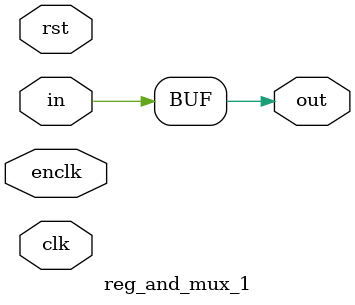
<source format=v>
module reg_and_mux_1(in,out,enclk,rst,clk);

parameter sel=0;
parameter RSTTYPE="SYNC";
input clk,rst,enclk;
input in;
output out;
reg clk_enable;
reg in_reg;

    generate
    if (RSTTYPE == "ASYNC") begin 
        always @(posedge clk or posedge rst) begin
            if(enclk==1'b1) begin
            if (rst)
                in_reg <= 1'b0;
            else
                in_reg <= in;
            end
        end
    end else begin 
        always @(posedge clk) begin
            if(enclk==1'b1) begin
            if (rst)
                in_reg <= 1'b0;
            else
                in_reg <= in;
            end
        end
    end
    
     endgenerate
assign out = (sel==1'b1)? in_reg:in;
endmodule

</source>
